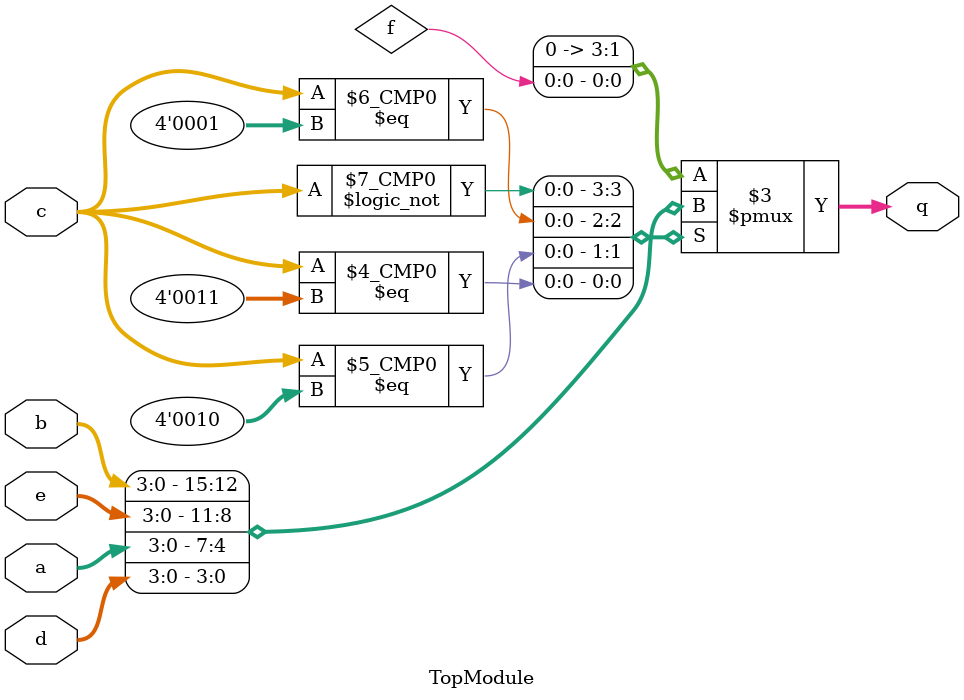
<source format=sv>

module TopModule (
  input [3:0] a,
  input [3:0] b,
  input [3:0] c,
  input [3:0] d,
  input [3:0] e,
  output reg [3:0] q
);
always @(*) begin
    case (c)
        4'b0000: q = b;
        4'b0001: q = e;
        4'b0010: q = a;
        4'b0011: q = d;
        default: q = f; // 'f' is not defined, assuming it's meant to be some constant or error state
    endcase
end
endmodule

</source>
